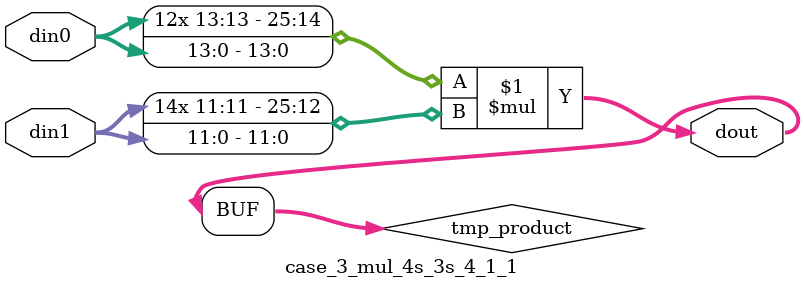
<source format=v>

`timescale 1 ns / 1 ps

 module case_3_mul_4s_3s_4_1_1(din0, din1, dout);
parameter ID = 1;
parameter NUM_STAGE = 0;
parameter din0_WIDTH = 14;
parameter din1_WIDTH = 12;
parameter dout_WIDTH = 26;

input [din0_WIDTH - 1 : 0] din0; 
input [din1_WIDTH - 1 : 0] din1; 
output [dout_WIDTH - 1 : 0] dout;

wire signed [dout_WIDTH - 1 : 0] tmp_product;



























assign tmp_product = $signed(din0) * $signed(din1);








assign dout = tmp_product;





















endmodule

</source>
